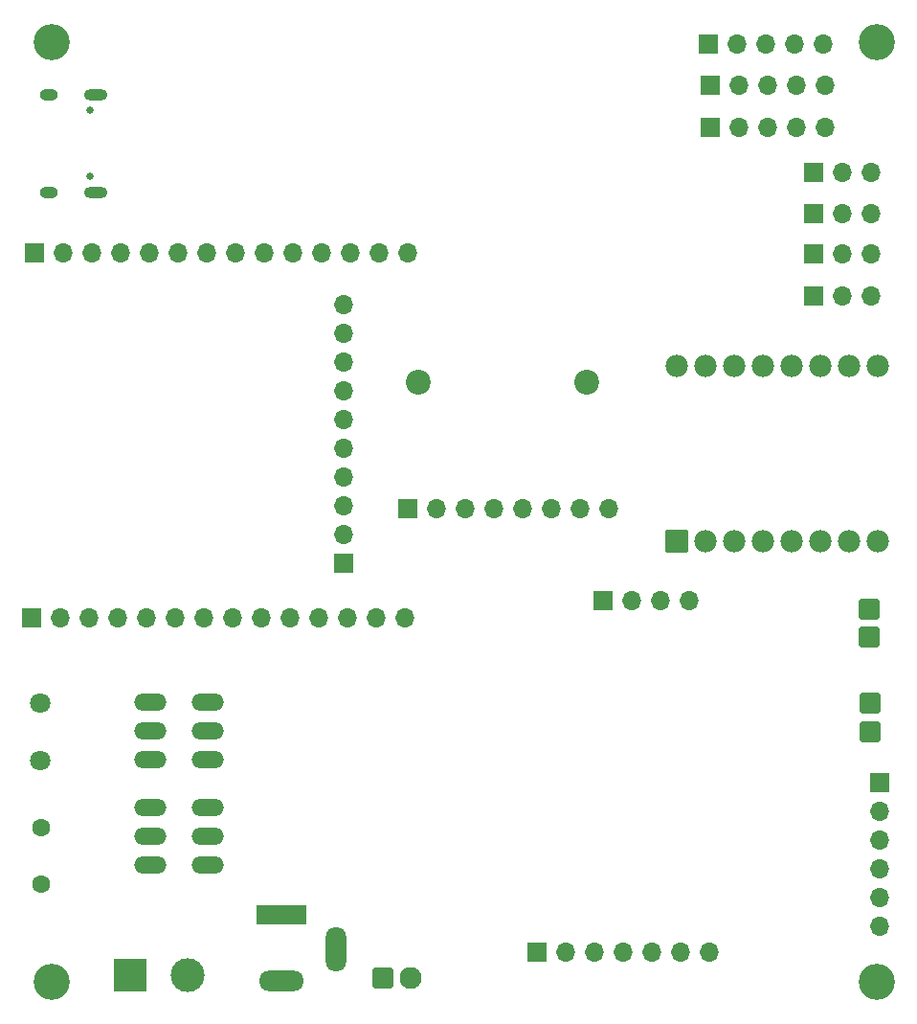
<source format=gbr>
%TF.GenerationSoftware,KiCad,Pcbnew,8.0.2*%
%TF.CreationDate,2025-02-27T03:45:28+05:30*%
%TF.ProjectId,sra_dev_board_2024(CH340C),7372615f-6465-4765-9f62-6f6172645f32,rev?*%
%TF.SameCoordinates,Original*%
%TF.FileFunction,Soldermask,Bot*%
%TF.FilePolarity,Negative*%
%FSLAX46Y46*%
G04 Gerber Fmt 4.6, Leading zero omitted, Abs format (unit mm)*
G04 Created by KiCad (PCBNEW 8.0.2) date 2025-02-27 03:45:28*
%MOMM*%
%LPD*%
G01*
G04 APERTURE LIST*
G04 Aperture macros list*
%AMRoundRect*
0 Rectangle with rounded corners*
0 $1 Rounding radius*
0 $2 $3 $4 $5 $6 $7 $8 $9 X,Y pos of 4 corners*
0 Add a 4 corners polygon primitive as box body*
4,1,4,$2,$3,$4,$5,$6,$7,$8,$9,$2,$3,0*
0 Add four circle primitives for the rounded corners*
1,1,$1+$1,$2,$3*
1,1,$1+$1,$4,$5*
1,1,$1+$1,$6,$7*
1,1,$1+$1,$8,$9*
0 Add four rect primitives between the rounded corners*
20,1,$1+$1,$2,$3,$4,$5,0*
20,1,$1+$1,$4,$5,$6,$7,0*
20,1,$1+$1,$6,$7,$8,$9,0*
20,1,$1+$1,$8,$9,$2,$3,0*%
G04 Aperture macros list end*
%ADD10R,1.700000X1.700000*%
%ADD11O,1.700000X1.700000*%
%ADD12C,1.800000*%
%ADD13R,4.400000X1.800000*%
%ADD14O,4.000000X1.800000*%
%ADD15O,1.800000X4.000000*%
%ADD16C,3.200000*%
%ADD17RoundRect,0.102000X0.787500X-0.787500X0.787500X0.787500X-0.787500X0.787500X-0.787500X-0.787500X0*%
%ADD18RoundRect,0.102000X-0.787500X-0.787500X0.787500X-0.787500X0.787500X0.787500X-0.787500X0.787500X0*%
%ADD19C,1.954000*%
%ADD20O,2.844800X1.524000*%
%ADD21C,0.650000*%
%ADD22O,2.100000X1.000000*%
%ADD23O,1.600000X1.000000*%
%ADD24R,3.000000X3.000000*%
%ADD25C,3.000000*%
%ADD26C,2.200000*%
%ADD27C,1.600000*%
%ADD28RoundRect,0.101600X0.889000X-0.889000X0.889000X0.889000X-0.889000X0.889000X-0.889000X-0.889000X0*%
%ADD29C,1.981200*%
G04 APERTURE END LIST*
D10*
%TO.C,J19*%
X162640000Y-107820000D03*
D11*
X165180000Y-107820000D03*
X167720000Y-107820000D03*
X170260000Y-107820000D03*
%TD*%
D10*
%TO.C,J11*%
X172130000Y-62330000D03*
D11*
X174670000Y-62330000D03*
X177210000Y-62330000D03*
X179750000Y-62330000D03*
X182290000Y-62330000D03*
%TD*%
D12*
%TO.C,F1*%
X112840000Y-121955000D03*
X112840000Y-116905000D03*
%TD*%
D13*
%TO.C,J5*%
X134210000Y-135650000D03*
D14*
X134210000Y-141450000D03*
D15*
X139010000Y-138650000D03*
%TD*%
D16*
%TO.C,H4*%
X186880000Y-58510000D03*
%TD*%
%TO.C,H1*%
X113880000Y-58510000D03*
%TD*%
D17*
%TO.C,J18*%
X186200000Y-111100000D03*
X186200000Y-108600000D03*
%TD*%
D10*
%TO.C,J1*%
X112100000Y-109390000D03*
D11*
X114640000Y-109390000D03*
X117180000Y-109390000D03*
X119720000Y-109390000D03*
X122260000Y-109390000D03*
X124800000Y-109390000D03*
X127340000Y-109390000D03*
X129880000Y-109390000D03*
X132420000Y-109390000D03*
X134960000Y-109390000D03*
X137500000Y-109390000D03*
X140040000Y-109390000D03*
X142580000Y-109390000D03*
X145120000Y-109390000D03*
%TD*%
D10*
%TO.C,J8*%
X181260000Y-77230000D03*
D11*
X183800000Y-77230000D03*
X186340000Y-77230000D03*
%TD*%
D10*
%TO.C,J15*%
X156805000Y-138950000D03*
D11*
X159345000Y-138950000D03*
X161885000Y-138950000D03*
X164425000Y-138950000D03*
X166965000Y-138950000D03*
X169505000Y-138950000D03*
X172045000Y-138950000D03*
%TD*%
D18*
%TO.C,J13*%
X143160000Y-141240000D03*
D19*
X145660000Y-141240000D03*
%TD*%
D10*
%TO.C,J2*%
X112350000Y-77140000D03*
D11*
X114890000Y-77140000D03*
X117430000Y-77140000D03*
X119970000Y-77140000D03*
X122510000Y-77140000D03*
X125050000Y-77140000D03*
X127590000Y-77140000D03*
X130130000Y-77140000D03*
X132670000Y-77140000D03*
X135210000Y-77140000D03*
X137750000Y-77140000D03*
X140290000Y-77140000D03*
X142830000Y-77140000D03*
X145370000Y-77140000D03*
%TD*%
D10*
%TO.C,J12*%
X171960000Y-58670000D03*
D11*
X174500000Y-58670000D03*
X177040000Y-58670000D03*
X179580000Y-58670000D03*
X182120000Y-58670000D03*
%TD*%
D16*
%TO.C,H3*%
X186880000Y-141510000D03*
%TD*%
%TO.C,H2*%
X113880000Y-141510000D03*
%TD*%
D20*
%TO.C,SW2*%
X122590000Y-131180000D03*
X122590000Y-128640000D03*
X122590000Y-126100000D03*
X127670000Y-131180000D03*
X127670000Y-128640000D03*
X127670000Y-126100000D03*
%TD*%
D10*
%TO.C,J10*%
X172140000Y-66000000D03*
D11*
X174680000Y-66000000D03*
X177220000Y-66000000D03*
X179760000Y-66000000D03*
X182300000Y-66000000D03*
%TD*%
D10*
%TO.C,J9*%
X181255000Y-70020000D03*
D11*
X183795000Y-70020000D03*
X186335000Y-70020000D03*
%TD*%
D10*
%TO.C,J3*%
X139680000Y-104510000D03*
D11*
X139680000Y-101970000D03*
X139680000Y-99430000D03*
X139680000Y-96890000D03*
X139680000Y-94350000D03*
X139680000Y-91810000D03*
X139680000Y-89270000D03*
X139680000Y-86730000D03*
X139680000Y-84190000D03*
X139680000Y-81650000D03*
%TD*%
D10*
%TO.C,J7*%
X181280000Y-80880000D03*
D11*
X183820000Y-80880000D03*
X186360000Y-80880000D03*
%TD*%
D21*
%TO.C,J20*%
X117270000Y-64530000D03*
X117270000Y-70310000D03*
D22*
X117800000Y-63100000D03*
D23*
X113620000Y-63100000D03*
D22*
X117800000Y-71740000D03*
D23*
X113620000Y-71740000D03*
%TD*%
D10*
%TO.C,J14*%
X187150000Y-123900000D03*
D11*
X187150000Y-126440000D03*
X187150000Y-128980000D03*
X187150000Y-131520000D03*
X187150000Y-134060000D03*
X187150000Y-136600000D03*
%TD*%
D17*
%TO.C,J17*%
X186270000Y-119400000D03*
X186270000Y-116900000D03*
%TD*%
D10*
%TO.C,J6*%
X181250000Y-73620000D03*
D11*
X183790000Y-73620000D03*
X186330000Y-73620000D03*
%TD*%
D20*
%TO.C,SW1*%
X122570000Y-121910000D03*
X122570000Y-119370000D03*
X122570000Y-116830000D03*
X127650000Y-121910000D03*
X127650000Y-119370000D03*
X127650000Y-116830000D03*
%TD*%
D24*
%TO.C,J4*%
X120810000Y-140960000D03*
D25*
X125890000Y-140960000D03*
%TD*%
D10*
%TO.C,J16*%
X145395000Y-99750000D03*
D11*
X147935000Y-99750000D03*
X150475000Y-99750000D03*
X153015000Y-99750000D03*
X155555000Y-99750000D03*
X158095000Y-99750000D03*
X160635000Y-99750000D03*
X163175000Y-99750000D03*
%TD*%
D26*
%TO.C,REF\u002A\u002A*%
X161200000Y-88500000D03*
%TD*%
D27*
%TO.C,F2*%
X112970000Y-132935000D03*
X112970000Y-127885000D03*
%TD*%
D26*
%TO.C,REF\u002A\u002A*%
X146300000Y-88500000D03*
%TD*%
D28*
%TO.C,U3*%
X169140000Y-102604000D03*
D29*
X171680000Y-102604000D03*
X174220000Y-102604000D03*
X176760000Y-102604000D03*
X179300000Y-102604000D03*
X181840000Y-102604000D03*
X184380000Y-102604000D03*
X186920000Y-102604000D03*
X186920000Y-87110000D03*
X184380000Y-87110000D03*
X181840000Y-87110000D03*
X179300000Y-87110000D03*
X176760000Y-87110000D03*
X174220000Y-87110000D03*
X171680000Y-87110000D03*
X169140000Y-87110000D03*
%TD*%
M02*

</source>
